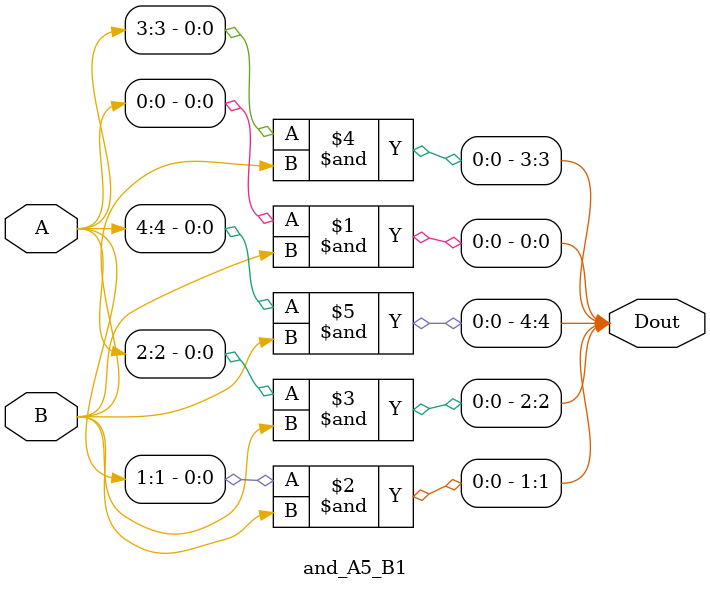
<source format=v>
module and_A5_B1 ( 
input[4:0]A,
input B,
output [4:0]Dout
);

assign Dout[0]=A[0]&B;
assign Dout[1]=A[1]&B;
assign Dout[2]=A[2]&B;
assign Dout[3]=A[3]&B;
assign Dout[4]=A[4]&B;

endmodule

</source>
